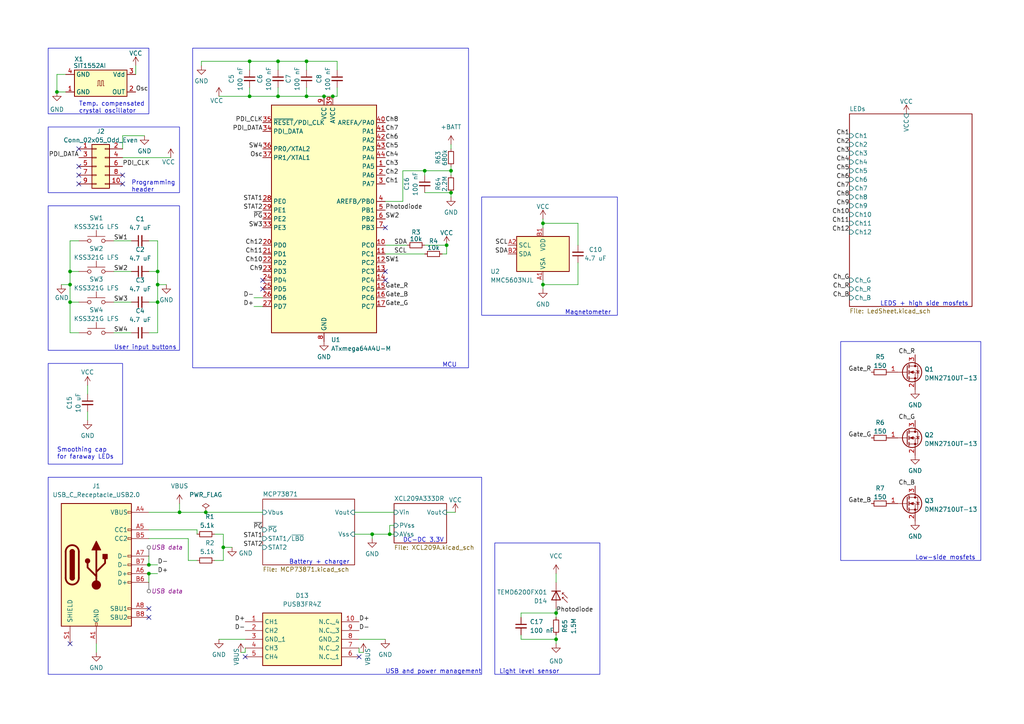
<source format=kicad_sch>
(kicad_sch (version 20230121) (generator eeschema)
  (paper "A4")
  (title_block (title "RGB LED Clock") (date "2023-07-29") (rev "4.0") (company "Nedland Hardware") (comment 1 "No current carrying trace under magnetometer") (comment 2 "Measure battery using ADC") (comment 3 "Correct LED pinout ;-;") (comment 4 "Changes in rev 5:"))
  (lib_symbols
    (symbol "CLockV4_local_symbols:PUSB3FR4Z"
      (property "Reference" "D" (at 29.21 7.62 0))
      (property "Value" "PUSB3FR4Z" (at 29.21 5.08 0))
      (symbol "PUSB3FR4Z_1_1"
        (rectangle (start 5.08 2.54) (end 27.94 -12.7) (stroke (width 0.254)) (fill (type background)))
        (pin passive line (at 0 0 0) (length 5.08) (name "CH1") (number "1"))
        (pin passive line (at 33.02 0 180) (length 5.08) (name "N.C._4") (number "10"))
        (pin passive line (at 0 -2.54 0) (length 5.08) (name "CH2") (number "2"))
        (pin passive line (at 0 -5.08 0) (length 5.08) (name "GND_1") (number "3"))
        (pin passive line (at 0 -7.62 0) (length 5.08) (name "CH3") (number "4"))
        (pin passive line (at 0 -10.16 0) (length 5.08) (name "CH4") (number "5"))
        (pin passive line (at 33.02 -10.16 180) (length 5.08) (name "N.C._1") (number "6"))
        (pin passive line (at 33.02 -7.62 180) (length 5.08) (name "N.C._2") (number "7"))
        (pin passive line (at 33.02 -5.08 180) (length 5.08) (name "GND_2") (number "8"))
        (pin passive line (at 33.02 -2.54 180) (length 5.08) (name "N.C._3") (number "9"))
      )
    )
    (symbol "CLockV4_local_symbols:SIT1552AI"
      (property "Reference" "X" (at -6.985 6.985 0))
      (property "Value" "SIT1552AI" (at -3.175 5.08 0))
      (symbol "SIT1552AI_0_1"
        (polyline (pts (xy -1.016 -0.762) (xy -0.762 -0.762) (xy -0.762 0.762) (xy -0.254 0.762) (xy -0.254 -0.762) (xy 0.254 -0.762) (xy 0.254 0.762) (xy 0.762 0.762) (xy 0.762 -0.762) (xy 1.016 -0.762)))
      )
      (symbol "SIT1552AI_1_1"
        (rectangle (start -7.62 3.81) (end 7.62 -3.81) (stroke (width 0.254)) (fill (type background)))
        (pin power_in line (at -10.16 -2.54 0) (length 2.54) (name "GND") (number "1"))
        (pin output line (at 10.16 -2.54 180) (length 2.54) (name "OUT") (number "2"))
        (pin power_in line (at 10.16 2.54 180) (length 2.54) (name "Vdd") (number "3"))
        (pin power_in line (at -10.16 2.54 0) (length 2.54) (name "GND") (number "4"))
      )
    )
    (symbol "Connector:USB_C_Receptacle_USB2.0" (pin_names (offset 1.016))
      (property "Reference" "J" (at -10.16 19.05 0))
      (property "Value" "USB_C_Receptacle_USB2.0" (at 19.05 19.05 0))
      (symbol "USB_C_Receptacle_USB2.0_0_0"
        (rectangle (start -0.254 -17.78) (end 0.254 -16.764))
        (rectangle (start 10.16 -14.986) (end 9.144 -15.494))
        (rectangle (start 10.16 -12.446) (end 9.144 -12.954))
        (rectangle (start 10.16 -4.826) (end 9.144 -5.334))
        (rectangle (start 10.16 -2.286) (end 9.144 -2.794))
        (rectangle (start 10.16 0.254) (end 9.144 -0.254))
        (rectangle (start 10.16 2.794) (end 9.144 2.286))
        (rectangle (start 10.16 7.874) (end 9.144 7.366))
        (rectangle (start 10.16 10.414) (end 9.144 9.906))
        (rectangle (start 10.16 15.494) (end 9.144 14.986))
      )
      (symbol "USB_C_Receptacle_USB2.0_0_1"
        (rectangle (start -10.16 17.78) (end 10.16 -17.78) (stroke (width 0.254)) (fill (type background)))
        (arc (start -8.89 -3.81) (mid -6.985 -5.7067) (end -5.08 -3.81) (stroke (width 0.508)))
        (arc (start -7.62 -3.81) (mid -6.985 -4.4423) (end -6.35 -3.81) (stroke (width 0.254)))
        (arc (start -7.62 -3.81) (mid -6.985 -4.4423) (end -6.35 -3.81) (stroke (width 0.254)) (fill (type outline)))
        (rectangle (start -7.62 -3.81) (end -6.35 3.81) (stroke (width 0.254)) (fill (type outline)))
        (arc (start -6.35 3.81) (mid -6.985 4.4423) (end -7.62 3.81) (stroke (width 0.254)))
        (arc (start -6.35 3.81) (mid -6.985 4.4423) (end -7.62 3.81) (stroke (width 0.254)) (fill (type outline)))
        (arc (start -5.08 3.81) (mid -6.985 5.7067) (end -8.89 3.81) (stroke (width 0.508)))
        (circle (center -2.54 1.143) (radius 0.635) (stroke (width 0.254)) (fill (type outline)))
        (circle (center 0 -5.842) (radius 1.27) (fill (type outline)))
        (polyline (pts (xy -8.89 -3.81) (xy -8.89 3.81)) (stroke (width 0.508)))
        (polyline (pts (xy -5.08 3.81) (xy -5.08 -3.81)) (stroke (width 0.508)))
        (polyline (pts (xy 0 -5.842) (xy 0 4.318)) (stroke (width 0.508)))
        (polyline (pts (xy 0 -3.302) (xy -2.54 -0.762) (xy -2.54 0.508)) (stroke (width 0.508)))
        (polyline (pts (xy 0 -2.032) (xy 2.54 0.508) (xy 2.54 1.778)) (stroke (width 0.508)))
        (polyline (pts (xy -1.27 4.318) (xy 0 6.858) (xy 1.27 4.318) (xy -1.27 4.318)) (stroke (width 0.254)) (fill (type outline)))
        (rectangle (start 1.905 1.778) (end 3.175 3.048) (stroke (width 0.254)) (fill (type outline)))
      )
      (symbol "USB_C_Receptacle_USB2.0_1_1"
        (pin passive line (at 0 -22.86 90) (length 5.08) (name "GND") (number "A1"))
        (pin passive line (at 0 -22.86 90) (length 5.08) hide (name "GND") (number "A12"))
        (pin passive line (at 15.24 15.24 180) (length 5.08) (name "VBUS") (number "A4"))
        (pin bidirectional line (at 15.24 10.16 180) (length 5.08) (name "CC1") (number "A5"))
        (pin bidirectional line (at 15.24 -2.54 180) (length 5.08) (name "D+") (number "A6"))
        (pin bidirectional line (at 15.24 2.54 180) (length 5.08) (name "D-") (number "A7"))
        (pin bidirectional line (at 15.24 -12.7 180) (length 5.08) (name "SBU1") (number "A8"))
        (pin passive line (at 15.24 15.24 180) (length 5.08) hide (name "VBUS") (number "A9"))
        (pin passive line (at 0 -22.86 90) (length 5.08) hide (name "GND") (number "B1"))
        (pin passive line (at 0 -22.86 90) (length 5.08) hide (name "GND") (number "B12"))
        (pin passive line (at 15.24 15.24 180) (length 5.08) hide (name "VBUS") (number "B4"))
        (pin bidirectional line (at 15.24 7.62 180) (length 5.08) (name "CC2") (number "B5"))
        (pin bidirectional line (at 15.24 -5.08 180) (length 5.08) (name "D+") (number "B6"))
        (pin bidirectional line (at 15.24 0 180) (length 5.08) (name "D-") (number "B7"))
        (pin bidirectional line (at 15.24 -15.24 180) (length 5.08) (name "SBU2") (number "B8"))
        (pin passive line (at 15.24 15.24 180) (length 5.08) hide (name "VBUS") (number "B9"))
        (pin passive line (at -7.62 -22.86 90) (length 5.08) (name "SHIELD") (number "S1"))
      )
    )
    (symbol "Connector_Generic:Conn_02x05_Odd_Even" (pin_names (offset 1.016) hide)
      (property "Reference" "J" (at 1.27 7.62 0))
      (property "Value" "Conn_02x05_Odd_Even" (at 1.27 -7.62 0))
      (symbol "Conn_02x05_Odd_Even_1_1"
        (rectangle (start -1.27 -4.953) (end 0 -5.207) (stroke (width 0.1524)))
        (rectangle (start -1.27 -2.413) (end 0 -2.667) (stroke (width 0.1524)))
        (rectangle (start -1.27 0.127) (end 0 -0.127) (stroke (width 0.1524)))
        (rectangle (start -1.27 2.667) (end 0 2.413) (stroke (width 0.1524)))
        (rectangle (start -1.27 5.207) (end 0 4.953) (stroke (width 0.1524)))
        (rectangle (start -1.27 6.35) (end 3.81 -6.35) (stroke (width 0.254)) (fill (type background)))
        (rectangle (start 3.81 -4.953) (end 2.54 -5.207) (stroke (width 0.1524)))
        (rectangle (start 3.81 -2.413) (end 2.54 -2.667) (stroke (width 0.1524)))
        (rectangle (start 3.81 0.127) (end 2.54 -0.127) (stroke (width 0.1524)))
        (rectangle (start 3.81 2.667) (end 2.54 2.413) (stroke (width 0.1524)))
        (rectangle (start 3.81 5.207) (end 2.54 4.953) (stroke (width 0.1524)))
        (pin passive line (at -5.08 5.08 0) (length 3.81) (name "Pin_1") (number "1"))
        (pin passive line (at 7.62 -5.08 180) (length 3.81) (name "Pin_10") (number "10"))
        (pin passive line (at 7.62 5.08 180) (length 3.81) (name "Pin_2") (number "2"))
        (pin passive line (at -5.08 2.54 0) (length 3.81) (name "Pin_3") (number "3"))
        (pin passive line (at 7.62 2.54 180) (length 3.81) (name "Pin_4") (number "4"))
        (pin passive line (at -5.08 0 0) (length 3.81) (name "Pin_5") (number "5"))
        (pin passive line (at 7.62 0 180) (length 3.81) (name "Pin_6") (number "6"))
        (pin passive line (at -5.08 -2.54 0) (length 3.81) (name "Pin_7") (number "7"))
        (pin passive line (at 7.62 -2.54 180) (length 3.81) (name "Pin_8") (number "8"))
        (pin passive line (at -5.08 -5.08 0) (length 3.81) (name "Pin_9") (number "9"))
      )
    )
    (symbol "Device:C_Small" (pin_numbers hide) (pin_names (offset 0.254) hide)
      (property "Reference" "C" (at 0.254 1.778 0))
      (property "Value" "C_Small" (at 0.254 -2.032 0))
      (symbol "C_Small_0_1"
        (polyline (pts (xy -1.524 -0.508) (xy 1.524 -0.508)) (stroke (width 0.3302)))
        (polyline (pts (xy -1.524 0.508) (xy 1.524 0.508)) (stroke (width 0.3048)))
      )
      (symbol "C_Small_1_1"
        (pin passive line (at 0 2.54 270) (length 2.032) (name "~") (number "1"))
        (pin passive line (at 0 -2.54 90) (length 2.032) (name "~") (number "2"))
      )
    )
    (symbol "Device:D_Photo" (pin_numbers hide) (pin_names hide)
      (property "Reference" "D" (at 0.508 1.778 0))
      (property "Value" "D_Photo" (at -1.016 -2.794 0))
      (symbol "D_Photo_0_1"
        (polyline (pts (xy -2.54 1.27) (xy -2.54 -1.27)) (stroke (width 0.254)))
        (polyline (pts (xy -2.032 1.778) (xy -1.524 1.778)))
        (polyline (pts (xy 0 0) (xy -2.54 0)))
        (polyline (pts (xy -0.508 3.302) (xy -2.032 1.778) (xy -2.032 2.286)))
        (polyline (pts (xy 0 -1.27) (xy 0 1.27) (xy -2.54 0) (xy 0 -1.27)) (stroke (width 0.254)))
        (polyline (pts (xy 0.762 3.302) (xy -0.762 1.778) (xy -0.762 2.286) (xy -0.762 1.778) (xy -0.254 1.778)))
      )
      (symbol "D_Photo_1_1"
        (pin passive line (at -5.08 0 0) (length 2.54) (name "K") (number "1"))
        (pin passive line (at 2.54 0 180) (length 2.54) (name "A") (number "2"))
      )
    )
    (symbol "Device:R_Small" (pin_numbers hide) (pin_names (offset 0.254) hide)
      (property "Reference" "R" (at 0.762 0.508 0))
      (property "Value" "R_Small" (at 0.762 -1.016 0))
      (symbol "R_Small_0_1"
        (rectangle (start -0.762 1.778) (end 0.762 -1.778) (stroke (width 0.2032)))
      )
      (symbol "R_Small_1_1"
        (pin passive line (at 0 2.54 270) (length 0.762) (name "~") (number "1"))
        (pin passive line (at 0 -2.54 90) (length 0.762) (name "~") (number "2"))
      )
    )
    (symbol "MCU_Microchip_ATmega:ATxmega64A4U-M"
      (property "Reference" "U" (at -15.24 34.29 0))
      (property "Value" "ATxmega64A4U-M" (at 2.54 -34.29 0))
      (symbol "ATxmega64A4U-M_0_1"
        (rectangle (start -15.24 -33.02) (end 15.24 33.02) (stroke (width 0.254)) (fill (type background)))
      )
      (symbol "ATxmega64A4U-M_1_1"
        (pin bidirectional line (at 17.78 15.24 180) (length 2.54) (name "PA5") (number "1"))
        (pin bidirectional line (at 17.78 -7.62 180) (length 2.54) (name "PC0") (number "10"))
        (pin bidirectional line (at 17.78 -10.16 180) (length 2.54) (name "PC1") (number "11"))
        (pin bidirectional line (at 17.78 -12.7 180) (length 2.54) (name "PC2") (number "12"))
        (pin bidirectional line (at 17.78 -15.24 180) (length 2.54) (name "PC3") (number "13"))
        (pin bidirectional line (at 17.78 -17.78 180) (length 2.54) (name "PC4") (number "14"))
        (pin bidirectional line (at 17.78 -20.32 180) (length 2.54) (name "PC5") (number "15"))
        (pin bidirectional line (at 17.78 -22.86 180) (length 2.54) (name "PC6") (number "16"))
        (pin bidirectional line (at 17.78 -25.4 180) (length 2.54) (name "PC7") (number "17"))
        (pin passive line (at 0 -35.56 90) (length 2.54) hide (name "GND") (number "18"))
        (pin passive line (at 0 35.56 270) (length 2.54) hide (name "VCC") (number "19"))
        (pin bidirectional line (at 17.78 12.7 180) (length 2.54) (name "PA6") (number "2"))
        (pin bidirectional line (at -17.78 -7.62 0) (length 2.54) (name "PD0") (number "20"))
        (pin bidirectional line (at -17.78 -10.16 0) (length 2.54) (name "PD1") (number "21"))
        (pin bidirectional line (at -17.78 -12.7 0) (length 2.54) (name "PD2") (number "22"))
        (pin bidirectional line (at -17.78 -15.24 0) (length 2.54) (name "PD3") (number "23"))
        (pin bidirectional line (at -17.78 -17.78 0) (length 2.54) (name "PD4") (number "24"))
        (pin bidirectional line (at -17.78 -20.32 0) (length 2.54) (name "PD5") (number "25"))
        (pin bidirectional line (at -17.78 -22.86 0) (length 2.54) (name "PD6") (number "26"))
        (pin bidirectional line (at -17.78 -25.4 0) (length 2.54) (name "PD7") (number "27"))
        (pin bidirectional line (at -17.78 5.08 0) (length 2.54) (name "PE0") (number "28"))
        (pin bidirectional line (at -17.78 2.54 0) (length 2.54) (name "PE1") (number "29"))
        (pin bidirectional line (at 17.78 10.16 180) (length 2.54) (name "PA7") (number "3"))
        (pin passive line (at 0 -35.56 90) (length 2.54) hide (name "GND") (number "30"))
        (pin passive line (at 0 35.56 270) (length 2.54) hide (name "VCC") (number "31"))
        (pin bidirectional line (at -17.78 0 0) (length 2.54) (name "PE2") (number "32"))
        (pin bidirectional line (at -17.78 -2.54 0) (length 2.54) (name "PE3") (number "33"))
        (pin bidirectional line (at -17.78 25.4 0) (length 2.54) (name "PDI_DATA") (number "34"))
        (pin input line (at -17.78 27.94 0) (length 2.54) (name "~{RESET}/PDI_CLK") (number "35"))
        (pin bidirectional line (at -17.78 20.32 0) (length 2.54) (name "PR0/XTAL2") (number "36"))
        (pin bidirectional line (at -17.78 17.78 0) (length 2.54) (name "PR1/XTAL1") (number "37"))
        (pin passive line (at 0 -35.56 90) (length 2.54) hide (name "GND") (number "38"))
        (pin power_in line (at 2.54 35.56 270) (length 2.54) (name "AVCC") (number "39"))
        (pin bidirectional line (at 17.78 5.08 180) (length 2.54) (name "AREFB/PB0") (number "4"))
        (pin bidirectional line (at 17.78 27.94 180) (length 2.54) (name "AREFA/PA0") (number "40"))
        (pin bidirectional line (at 17.78 25.4 180) (length 2.54) (name "PA1") (number "41"))
        (pin bidirectional line (at 17.78 22.86 180) (length 2.54) (name "PA2") (number "42"))
        (pin bidirectional line (at 17.78 20.32 180) (length 2.54) (name "PA3") (number "43"))
        (pin bidirectional line (at 17.78 17.78 180) (length 2.54) (name "PA4") (number "44"))
        (pin passive line (at 0 -35.56 90) (length 2.54) hide (name "GND") (number "45"))
        (pin bidirectional line (at 17.78 2.54 180) (length 2.54) (name "PB1") (number "5"))
        (pin bidirectional line (at 17.78 0 180) (length 2.54) (name "PB2") (number "6"))
        (pin bidirectional line (at 17.78 -2.54 180) (length 2.54) (name "PB3") (number "7"))
        (pin power_in line (at 0 -35.56 90) (length 2.54) (name "GND") (number "8"))
        (pin power_in line (at 0 35.56 270) (length 2.54) (name "VCC") (number "9"))
      )
    )
    (symbol "Sensor_Magnetic:MMC5633NJL"
      (property "Reference" "U" (at -2.54 8.255 0))
      (property "Value" "MMC5633NJL" (at -2.54 6.35 0))
      (symbol "MMC5633NJL_0_1"
        (rectangle (start -7.62 -5.08) (end 7.62 5.08) (stroke (width 0.254)) (fill (type background)))
      )
      (symbol "MMC5633NJL_1_1"
        (pin power_in line (at 0 -7.62 90) (length 2.54) (name "VSA") (number "A1"))
        (pin input line (at -10.16 2.54 0) (length 2.54) (name "SCL") (number "A2"))
        (pin power_in line (at 0 7.62 270) (length 2.54) (name "VDD") (number "B1"))
        (pin bidirectional line (at -10.16 0 0) (length 2.54) (name "SDA") (number "B2"))
      )
    )
    (symbol "Switch:SW_Push" (pin_numbers hide) (pin_names (offset 1.016) hide)
      (property "Reference" "SW" (at 1.27 2.54 0))
      (property "Value" "SW_Push" (at 0 -1.524 0))
      (symbol "SW_Push_0_1"
        (circle (center -2.032 0) (radius 0.508))
        (polyline (pts (xy 0 1.27) (xy 0 3.048)))
        (polyline (pts (xy 2.54 1.27) (xy -2.54 1.27)))
        (circle (center 2.032 0) (radius 0.508))
        (pin passive line (at -5.08 0 0) (length 2.54) (name "1") (number "1"))
        (pin passive line (at 5.08 0 180) (length 2.54) (name "2") (number "2"))
      )
    )
    (symbol "Transistor_FET:DMN2710UT-13" (pin_names hide)
      (property "Reference" "Q" (at 5.08 1.905 0))
      (property "Value" "DMN2710UT-13" (at 5.08 0 0))
      (symbol "DMN2710UT-13_0_1"
        (polyline (pts (xy 0.254 0) (xy -2.54 0)))
        (polyline (pts (xy 0.254 1.905) (xy 0.254 -1.905)) (stroke (width 0.254)))
        (polyline (pts (xy 0.762 -1.27) (xy 0.762 -2.286)) (stroke (width 0.254)))
        (polyline (pts (xy 0.762 0.508) (xy 0.762 -0.508)) (stroke (width 0.254)))
        (polyline (pts (xy 0.762 2.286) (xy 0.762 1.27)) (stroke (width 0.254)))
        (polyline (pts (xy 2.54 2.54) (xy 2.54 1.778)))
        (polyline (pts (xy 2.54 -2.54) (xy 2.54 0) (xy 0.762 0)))
        (polyline (pts (xy 0.762 -1.778) (xy 3.302 -1.778) (xy 3.302 1.778) (xy 0.762 1.778)))
        (polyline (pts (xy 1.016 0) (xy 2.032 0.381) (xy 2.032 -0.381) (xy 1.016 0)) (fill (type outline)))
        (polyline (pts (xy 2.794 0.508) (xy 2.921 0.381) (xy 3.683 0.381) (xy 3.81 0.254)))
        (polyline (pts (xy 3.302 0.381) (xy 2.921 -0.254) (xy 3.683 -0.254) (xy 3.302 0.381)))
        (circle (center 1.651 0) (radius 2.794) (stroke (width 0.254)))
        (circle (center 2.54 -1.778) (radius 0.254) (fill (type outline)))
        (circle (center 2.54 1.778) (radius 0.254) (fill (type outline)))
      )
      (symbol "DMN2710UT-13_1_1"
        (pin input line (at -5.08 0 0) (length 2.54) (name "G") (number "1"))
        (pin passive line (at 2.54 -5.08 90) (length 2.54) (name "S") (number "2"))
        (pin passive line (at 2.54 5.08 270) (length 2.54) (name "D") (number "3"))
      )
    )
    (symbol "power:+BATT" (power) (pin_names (offset 0))
      (property "Value" "+BATT" (at 0 3.556 0))
      (symbol "+BATT_0_1"
        (polyline (pts (xy -0.762 1.27) (xy 0 2.54)))
        (polyline (pts (xy 0 0) (xy 0 2.54)))
        (polyline (pts (xy 0 2.54) (xy 0.762 1.27)))
      )
      (symbol "+BATT_1_1"
        (pin power_in line (at 0 0 90) (length 0) hide (name "+BATT") (number "1"))
      )
    )
    (symbol "power:GND" (power) (pin_names (offset 0))
      (property "Value" "GND" (at 0 -3.81 0))
      (symbol "GND_0_1"
        (polyline (pts (xy 0 0) (xy 0 -1.27) (xy 1.27 -1.27) (xy 0 -2.54) (xy -1.27 -1.27) (xy 0 -1.27)))
      )
      (symbol "GND_1_1"
        (pin power_in line (at 0 0 270) (length 0) hide (name "GND") (number "1"))
      )
    )
    (symbol "power:PWR_FLAG" (power) (pin_numbers hide) (pin_names (offset 0) hide)
      (property "Value" "PWR_FLAG" (at 0 3.81 0))
      (symbol "PWR_FLAG_0_0"
        (pin power_out line (at 0 0 90) (length 0) (name "pwr") (number "1"))
      )
      (symbol "PWR_FLAG_0_1"
        (polyline (pts (xy 0 0) (xy 0 1.27) (xy -1.016 1.905) (xy 0 2.54) (xy 1.016 1.905) (xy 0 1.27)))
      )
    )
    (symbol "power:VBUS" (power) (pin_names (offset 0))
      (property "Value" "VBUS" (at 0 3.81 0))
      (symbol "VBUS_0_1"
        (polyline (pts (xy -0.762 1.27) (xy 0 2.54)))
        (polyline (pts (xy 0 0) (xy 0 2.54)))
        (polyline (pts (xy 0 2.54) (xy 0.762 1.27)))
      )
      (symbol "VBUS_1_1"
        (pin power_in line (at 0 0 90) (length 0) hide (name "VBUS") (number "1"))
      )
    )
    (symbol "power:VCC" (power) (pin_names (offset 0))
      (property "Value" "VCC" (at 0 3.81 0))
      (symbol "VCC_0_1"
        (polyline (pts (xy -0.762 1.27) (xy 0 2.54)))
        (polyline (pts (xy 0 0) (xy 0 2.54)))
        (polyline (pts (xy 0 2.54) (xy 0.762 1.27)))
      )
      (symbol "VCC_1_1"
        (pin power_in line (at 0 0 90) (length 0) hide (name "VCC") (number "1"))
      )
    )
  )
  (junction (at 88.9 17.78))
  (junction (at 20.32 87.63))
  (junction (at 52.07 148.59))
  (junction (at 80.645 17.78))
  (junction (at 96.52 27.94))
  (junction (at 72.39 17.78))
  (junction (at 45.72 87.63))
  (junction (at 161.29 185.42))
  (junction (at 157.48 82.55))
  (junction (at 93.98 27.94))
  (junction (at 45.72 82.55))
  (junction (at 161.29 177.8))
  (junction (at 16.51 26.67))
  (junction (at 113.03 154.94))
  (junction (at 123.19 49.53))
  (junction (at 45.72 78.74))
  (junction (at 130.81 55.88))
  (junction (at 130.81 49.53))
  (junction (at 43.18 166.37))
  (junction (at 129.54 71.12))
  (junction (at 72.39 27.94))
  (junction (at 20.32 82.55))
  (junction (at 20.32 78.74))
  (junction (at 107.95 154.94))
  (junction (at 64.77 158.75))
  (junction (at 88.9 27.94))
  (junction (at 157.48 64.77))
  (junction (at 43.18 163.83))
  (junction (at 80.645 27.94))
  (junction (at 59.69 148.59))
  (no_connect (at 43.18 179.07))
  (no_connect (at 43.18 176.53))
  (no_connect (at 35.56 50.8))
  (no_connect (at 22.86 48.26))
  (no_connect (at 22.86 43.18))
  (no_connect (at 111.76 66.04))
  (no_connect (at 22.86 50.8))
  (no_connect (at 76.2 83.82))
  (no_connect (at 104.14 190.5))
  (no_connect (at 20.32 186.69))
  (no_connect (at 35.56 53.34))
  (no_connect (at 76.2 81.28))
  (no_connect (at 111.76 81.28))
  (no_connect (at 71.12 190.5))
  (no_connect (at 22.86 53.34))
  (no_connect (at 111.76 78.74))
  (wire (pts (xy 123.19 71.12) (xy 129.54 71.12)))
  (wire (pts (xy 43.18 156.21) (xy 54.61 156.21)))
  (wire (pts (xy 43.18 148.59) (xy 52.07 148.59)))
  (wire (pts (xy 20.32 78.74) (xy 22.86 78.74)))
  (wire (pts (xy 128.27 73.66) (xy 129.54 73.66)))
  (wire (pts (xy 64.77 158.75) (xy 64.77 162.56)))
  (wire (pts (xy 167.64 82.55) (xy 167.64 76.2)))
  (wire (pts (xy 105.41 189.23) (xy 104.14 189.23)))
  (wire (pts (xy 151.13 177.8) (xy 161.29 177.8)))
  (wire (pts (xy 73.66 86.36) (xy 76.2 86.36)))
  (wire (pts (xy 33.02 69.85) (xy 38.1 69.85)))
  (wire (pts (xy 88.9 27.94) (xy 93.98 27.94)))
  (wire (pts (xy 161.29 176.53) (xy 161.29 177.8)))
  (wire (pts (xy 16.51 26.67) (xy 19.05 26.67)))
  (wire (pts (xy 80.645 20.32) (xy 80.645 17.78)))
  (wire (pts (xy 157.48 83.82) (xy 157.48 82.55)))
  (wire (pts (xy 130.81 43.18) (xy 130.81 41.91)))
  (wire (pts (xy 123.19 55.88) (xy 130.81 55.88)))
  (wire (pts (xy 113.03 154.94) (xy 114.3 154.94)))
  (wire (pts (xy 52.07 146.05) (xy 52.07 148.59)))
  (wire (pts (xy 102.87 154.94) (xy 107.95 154.94)))
  (wire (pts (xy 20.32 96.52) (xy 22.86 96.52)))
  (wire (pts (xy 43.18 163.83) (xy 45.72 163.83)))
  (wire (pts (xy 73.66 88.9) (xy 76.2 88.9)))
  (wire (pts (xy 88.9 25.4) (xy 88.9 27.94)))
  (wire (pts (xy 45.72 69.85) (xy 43.18 69.85)))
  (wire (pts (xy 157.48 63.5) (xy 157.48 64.77)))
  (wire (pts (xy 57.15 154.94) (xy 57.15 153.67)))
  (wire (pts (xy 130.81 48.26) (xy 130.81 49.53)))
  (wire (pts (xy 64.77 162.56) (xy 62.23 162.56)))
  (wire (pts (xy 167.64 71.12) (xy 167.64 64.77)))
  (wire (pts (xy 20.32 82.55) (xy 20.32 87.63)))
  (wire (pts (xy 58.42 17.78) (xy 58.42 19.05)))
  (wire (pts (xy 151.13 185.42) (xy 161.29 185.42)))
  (wire (pts (xy 16.51 26.67) (xy 16.51 21.59)))
  (wire (pts (xy 39.37 19.05) (xy 39.37 21.59)))
  (wire (pts (xy 45.72 87.63) (xy 45.72 96.52)))
  (wire (pts (xy 97.79 25.4) (xy 97.79 27.94)))
  (wire (pts (xy 45.72 78.74) (xy 43.18 78.74)))
  (wire (pts (xy 20.32 69.85) (xy 20.32 78.74)))
  (wire (pts (xy 54.61 162.56) (xy 54.61 156.21)))
  (wire (pts (xy 71.12 189.23) (xy 71.12 187.96)))
  (wire (pts (xy 161.29 177.8) (xy 161.29 179.07)))
  (wire (pts (xy 130.81 49.53) (xy 123.19 49.53)))
  (wire (pts (xy 111.76 185.42) (xy 104.14 185.42)))
  (wire (pts (xy 88.9 20.32) (xy 88.9 17.78)))
  (wire (pts (xy 157.48 82.55) (xy 167.64 82.55)))
  (wire (pts (xy 67.31 158.75) (xy 64.77 158.75)))
  (wire (pts (xy 49.53 45.72) (xy 35.56 45.72)))
  (wire (pts (xy 129.54 148.59) (xy 132.08 148.59)))
  (wire (pts (xy 45.72 96.52) (xy 43.18 96.52)))
  (wire (pts (xy 59.69 148.59) (xy 76.2 148.59)))
  (wire (pts (xy 88.9 17.78) (xy 97.79 17.78)))
  (wire (pts (xy 96.52 27.94) (xy 97.79 27.94)))
  (wire (pts (xy 123.19 49.53) (xy 123.19 50.8)))
  (wire (pts (xy 43.18 166.37) (xy 45.72 166.37)))
  (wire (pts (xy 111.76 71.12) (xy 118.11 71.12)))
  (wire (pts (xy 20.32 87.63) (xy 22.86 87.63)))
  (wire (pts (xy 72.39 20.32) (xy 72.39 17.78)))
  (wire (pts (xy 72.39 27.94) (xy 80.645 27.94)))
  (wire (pts (xy 48.26 82.55) (xy 45.72 82.55)))
  (wire (pts (xy 20.32 87.63) (xy 20.32 96.52)))
  (wire (pts (xy 97.79 17.78) (xy 97.79 20.32)))
  (wire (pts (xy 161.29 166.37) (xy 161.29 168.91)))
  (wire (pts (xy 52.07 148.59) (xy 59.69 148.59)))
  (wire (pts (xy 104.14 189.23) (xy 104.14 187.96)))
  (wire (pts (xy 151.13 184.15) (xy 151.13 185.42)))
  (wire (pts (xy 111.76 73.66) (xy 123.19 73.66)))
  (wire (pts (xy 157.48 64.77) (xy 157.48 66.04)))
  (wire (pts (xy 25.4 111.76) (xy 25.4 114.3)))
  (wire (pts (xy 45.72 69.85) (xy 45.72 78.74)))
  (wire (pts (xy 17.78 82.55) (xy 20.32 82.55)))
  (wire (pts (xy 113.03 152.4) (xy 113.03 154.94)))
  (wire (pts (xy 114.3 152.4) (xy 113.03 152.4)))
  (wire (pts (xy 130.81 55.88) (xy 130.81 57.15)))
  (wire (pts (xy 111.76 58.42) (xy 116.84 58.42)))
  (wire (pts (xy 43.18 161.29) (xy 43.18 163.83)))
  (wire (pts (xy 64.77 154.94) (xy 64.77 158.75)))
  (wire (pts (xy 33.02 87.63) (xy 38.1 87.63)))
  (wire (pts (xy 72.39 25.4) (xy 72.39 27.94)))
  (wire (pts (xy 161.29 185.42) (xy 161.29 186.69)))
  (wire (pts (xy 20.32 78.74) (xy 20.32 82.55)))
  (wire (pts (xy 35.56 39.37) (xy 35.56 43.18)))
  (wire (pts (xy 62.23 154.94) (xy 64.77 154.94)))
  (wire (pts (xy 93.98 27.94) (xy 96.52 27.94)))
  (wire (pts (xy 27.94 189.23) (xy 27.94 186.69)))
  (wire (pts (xy 69.85 189.23) (xy 71.12 189.23)))
  (wire (pts (xy 80.645 27.94) (xy 88.9 27.94)))
  (wire (pts (xy 25.4 121.92) (xy 25.4 119.38)))
  (wire (pts (xy 130.81 49.53) (xy 130.81 50.8)))
  (wire (pts (xy 45.72 78.74) (xy 45.72 82.55)))
  (wire (pts (xy 63.5 185.42) (xy 71.12 185.42)))
  (wire (pts (xy 129.54 71.12) (xy 129.54 73.66)))
  (wire (pts (xy 161.29 184.15) (xy 161.29 185.42)))
  (wire (pts (xy 80.645 17.78) (xy 88.9 17.78)))
  (wire (pts (xy 107.95 154.94) (xy 113.03 154.94)))
  (wire (pts (xy 20.32 69.85) (xy 22.86 69.85)))
  (wire (pts (xy 33.02 78.74) (xy 38.1 78.74)))
  (wire (pts (xy 167.64 64.77) (xy 157.48 64.77)))
  (wire (pts (xy 102.87 148.59) (xy 114.3 148.59)))
  (wire (pts (xy 63.5 27.94) (xy 72.39 27.94)))
  (wire (pts (xy 33.02 96.52) (xy 38.1 96.52)))
  (wire (pts (xy 43.18 166.37) (xy 43.18 168.91)))
  (wire (pts (xy 151.13 179.07) (xy 151.13 177.8)))
  (wire (pts (xy 41.91 39.37) (xy 35.56 39.37)))
  (wire (pts (xy 116.84 49.53) (xy 116.84 58.42)))
  (wire (pts (xy 80.645 25.4) (xy 80.645 27.94)))
  (wire (pts (xy 72.39 17.78) (xy 80.645 17.78)))
  (wire (pts (xy 16.51 21.59) (xy 19.05 21.59)))
  (wire (pts (xy 72.39 17.78) (xy 58.42 17.78)))
  (wire (pts (xy 57.15 162.56) (xy 54.61 162.56)))
  (wire (pts (xy 57.15 153.67) (xy 43.18 153.67)))
  (wire (pts (xy 45.72 87.63) (xy 43.18 87.63)))
  (wire (pts (xy 123.19 49.53) (xy 116.84 49.53)))
  (wire (pts (xy 107.95 156.21) (xy 107.95 154.94)))
  (wire (pts (xy 45.72 82.55) (xy 45.72 87.63)))
  (wire (pts (xy 157.48 82.55) (xy 157.48 81.28)))
  (rectangle (start 139.7 57.15) (end 179.07 91.44))
  (rectangle (start 13.97 105.41) (end 35.56 134.62))
  (rectangle (start 55.88 13.97) (end 135.89 106.68))
  (rectangle (start 143.51 157.48) (end 173.99 195.58))
  (rectangle (start 13.97 36.83) (end 52.07 55.88))
  (rectangle (start 13.97 59.69) (end 52.07 101.6))
  (rectangle (start 13.97 13.97) (end 43.18 33.02))
  (rectangle (start 13.97 138.43) (end 139.7 195.58))
  (rectangle (start 243.84 99.06) (end 284.48 162.56))
  (text "Light level sensor" (at 144.78 195.58 0) (effects (font (size 1.27 1.27)) (justify left bottom)))
  (text "Battery + charger" (at 83.82 163.83 0) (effects (font (size 1.27 1.27)) (justify left bottom)))
  (text "DC-DC 3.3V" (at 116.84 157.48 0) (effects (font (size 1.27 1.27)) (justify left bottom)))
  (text "LEDS + high side mosfets" (at 255.27 88.9 0) (effects (font (size 1.27 1.27)) (justify left bottom)))
  (text "Programming\nheader" (at 38.1 55.88 0) (effects (font (size 1.27 1.27)) (justify left bottom)))
  (text "USB and power management" (at 111.76 195.58 0) (effects (font (size 1.27 1.27)) (justify left bottom)))
  (text "Temp. compensated\ncrystal oscillator" (at 22.86 33.02 0) (effects (font (size 1.27 1.27)) (justify left bottom)))
  (text "MCU" (at 128.27 106.68 0) (effects (font (size 1.27 1.27)) (justify left bottom)))
  (text "User input buttons" (at 33.02 101.6 0) (effects (font (size 1.27 1.27)) (justify left bottom)))
  (text "Magnetometer" (at 163.83 91.44 0) (effects (font (size 1.27 1.27)) (justify left bottom)))
  (text "Smoothing cap \nfor faraway LEDs" (at 16.51 133.35 0) (effects (font (size 1.27 1.27)) (justify left bottom)))
  (text "Low-side mosfets" (at 265.43 162.56 0) (effects (font (size 1.27 1.27)) (justify left bottom)))
  (label "PDI_DATA" (at 76.2 38.1 180))
  (label "SW4" (at 76.2 43.18 180))
  (label "Ch1" (at 246.38 39.37 180))
  (label "SCL" (at 147.32 71.12 180))
  (label "Ch_G" (at 246.38 81.28 180))
  (label "STAT2" (at 76.2 60.96 180))
  (label "Ch12" (at 76.2 71.12 180))
  (label "Ch_B" (at 265.43 140.97 180))
  (label "SW4" (at 33.02 96.52 0))
  (label "Ch_R" (at 265.43 102.87 180))
  (label "D-" (at 104.14 182.88 0))
  (label "D-" (at 71.12 182.88 180))
  (label "SDA" (at 114.3 71.12 0))
  (label "PDI_CLK" (at 76.2 35.56 180))
  (label "Ch9" (at 76.2 78.74 180))
  (label "STAT1" (at 76.2 58.42 180))
  (label "Ch12" (at 246.38 67.31 180))
  (label "SW2" (at 111.76 63.5 0))
  (label "Ch2" (at 111.76 50.8 0))
  (label "Gate_R" (at 252.73 107.95 180))
  (label "Ch7" (at 111.76 38.1 0))
  (label "STAT2" (at 76.2 158.75 180))
  (label "D+" (at 71.12 180.34 180))
  (label "Ch2" (at 246.38 41.91 180))
  (label "SCL" (at 114.3 73.66 0))
  (label "STAT1" (at 76.2 156.21 180))
  (label "Ch8" (at 246.38 57.15 180))
  (label "Ch5" (at 111.76 43.18 0))
  (label "~{PG}" (at 76.2 153.67 180))
  (label "D+" (at 104.14 180.34 0))
  (label "Ch7" (at 246.38 54.61 180))
  (label "~{PG}" (at 76.2 63.5 180))
  (label "Ch10" (at 246.38 62.23 180))
  (label "Gate_B" (at 111.76 86.36 0))
  (label "Gate_G" (at 111.76 88.9 0))
  (label "Gate_B" (at 252.73 146.05 180))
  (label "Ch3" (at 111.76 48.26 0))
  (label "Ch11" (at 246.38 64.77 180))
  (label "Ch_G" (at 265.43 121.92 180))
  (label "SW3" (at 76.2 66.04 180))
  (label "SDA" (at 147.32 73.66 180))
  (label "Osc" (at 39.37 26.67 0))
  (label "Gate_R" (at 111.76 83.82 0))
  (label "SW3" (at 33.02 87.63 0))
  (label "SW1" (at 111.76 76.2 0))
  (label "Ch6" (at 111.76 40.64 0))
  (label "Osc" (at 76.2 45.72 180))
  (label "Ch_R" (at 246.38 83.82 180))
  (label "Ch3" (at 246.38 44.45 180))
  (label "Ch8" (at 111.76 35.56 0))
  (label "Ch4" (at 246.38 46.99 180))
  (label "Ch_B" (at 246.38 86.36 180))
  (label "Ch10" (at 76.2 76.2 180))
  (label "Ch6" (at 246.38 52.07 180))
  (label "D+" (at 73.66 88.9 180))
  (label "Ch5" (at 246.38 49.53 180))
  (label "Photodiode" (at 111.76 60.96 0))
  (label "Ch1" (at 111.76 53.34 0))
  (label "D-" (at 73.66 86.36 180))
  (label "PDI_DATA" (at 22.86 45.72 180))
  (label "SW1" (at 33.02 69.85 0))
  (label "Ch9" (at 246.38 59.69 180))
  (label "D+" (at 45.72 166.37 0))
  (label "D-" (at 45.72 163.83 0))
  (label "Ch11" (at 76.2 73.66 180))
  (label "SW2" (at 33.02 78.74 0))
  (label "Photodiode" (at 161.29 177.8 0))
  (label "PDI_CLK" (at 35.56 48.26 0))
  (label "Gate_G" (at 252.73 127 180))
  (label "Ch4" (at 111.76 45.72 0))
  (netclass_flag "" (length 2.54) (shape round) (at 43.18 161.29 0) (property "Netclass" "USB data" (at 43.8785 158.75 0) (effects (font italic) (justify left))))
  (netclass_flag "" (length 2.54) (shape round) (at 43.18 168.91 180) (property "Netclass" "USB data" (at 43.8785 171.45 0) (effects (font italic) (justify left))))
  (symbol (lib_id "Device:C_Small") (at 167.64 73.66 180) (unit 1)
    (property "Reference" "C10" (at 172.72 72.3931 0))
    (property "Value" "4.7 uF" (at 172.72 74.93 0))
    (property "Footprint" "Capacitor_SMD:C_0603_1608Metric" (effects hide))
  )
  (symbol (lib_id "CLockV4_local_symbols:PUSB3FR4Z") (at 71.12 180.34 0) (unit 1)
    (property "Reference" "D13" (at 87.63 172.72 0))
    (property "Value" "PUSB3FR4Z" (at 87.63 175.26 0))
    (property "Footprint" "Project_local_footprints:PUSB3FR4Z" (effects hide))
    (property "Datasheet" "https://assets.nexperia.com/documents/data-sheet/PUSB3FR4.pdf" (effects hide))
    (property "Height" "0.5" (effects hide))
    (property "Mouser Part Number" "771-PUSB3FR4Z" (effects hide))
    (property "Mouser Price/Stock" "https://www.mouser.co.uk/ProductDetail/Nexperia/PUSB3FR4Z?qs=K2OaAKmNuLh4QrFaTFN30Q%3D%3D" (effects hide))
    (property "Manufacturer_Name" "Nexperia" (effects hide))
    (property "Manufacturer_Part_Number" "PUSB3FR4Z" (effects hide))
  )
  (symbol (lib_id "power:GND") (at 111.76 185.42 0) (unit 1)
    (property "Reference" "#PWR024" (effects hide))
    (property "Value" "GND" (at 111.76 189.8634 0))
  )
  (symbol (lib_id "Device:R_Small") (at 59.69 154.94 270) (unit 1)
    (property "Reference" "R1" (at 62.23 149.86 90) (effects (justify right)))
    (property "Value" "5.1k" (at 62.23 152.3969 90) (effects (justify right)))
    (property "Footprint" "Resistor_SMD:R_0603_1608Metric" (effects hide))
  )
  (symbol (lib_id "power:GND") (at 63.5 185.42 0) (unit 1)
    (property "Reference" "#PWR023" (effects hide))
    (property "Value" "GND" (at 63.5 189.8634 0))
  )
  (symbol (lib_id "power:VCC") (at 262.89 33.02 0) (unit 1)
    (property "Reference" "#PWR017" (effects hide))
    (property "Value" "VCC" (at 262.89 29.4442 0))
  )
  (symbol (lib_id "power:GND") (at 17.78 82.55 0) (unit 1)
    (property "Reference" "#PWR02" (effects hide))
    (property "Value" "GND" (at 15.875 86.36 0) (effects (justify left)))
  )
  (symbol (lib_id "power:VCC") (at 157.48 63.5 0) (unit 1)
    (property "Reference" "#PWR015" (effects hide))
    (property "Value" "VCC" (at 157.48 59.9242 0))
  )
  (symbol (lib_id "Switch:SW_Push") (at 27.94 78.74 0) (unit 1)
    (property "Reference" "SW2" (at 27.94 72.1192 0))
    (property "Value" "KSS321G LFS" (at 27.94 74.6561 0))
    (property "Footprint" "Project_local_footprints:KSS side-actuated switch" (effects hide))
  )
  (symbol (lib_id "power:VBUS") (at 69.85 189.23 0) (unit 1)
    (property "Reference" "#PWR026" (effects hide))
    (property "Value" "VBUS" (at 68.58 190.5 90))
  )
  (symbol (lib_id "Switch:SW_Push") (at 27.94 87.63 0) (unit 1)
    (property "Reference" "SW3" (at 27.94 81.0092 0))
    (property "Value" "KSS321G LFS" (at 27.94 83.5461 0))
    (property "Footprint" "Project_local_footprints:KSS side-actuated switch" (effects hide))
  )
  (symbol (lib_id "Device:R_Small") (at 125.73 73.66 270) (unit 1)
    (property "Reference" "R4" (at 125.73 69.9135 90))
    (property "Value" "10k" (at 125.73 71.8345 90))
    (property "Footprint" "Resistor_SMD:R_0603_1608Metric" (effects hide))
  )
  (symbol (lib_id "power:GND") (at 67.31 158.75 0) (unit 1)
    (property "Reference" "#PWR010" (effects hide))
    (property "Value" "GND" (at 69.215 160.4538 0) (effects (justify left)))
  )
  (symbol (lib_id "Sensor_Magnetic:MMC5633NJL") (at 157.48 73.66 0) (unit 1)
    (property "Reference" "U2" (at 142.24 78.7431 0) (effects (justify left)))
    (property "Value" "MMC5603NJL" (at 142.24 81.28 0) (effects (justify left)))
    (property "Footprint" "Package_BGA:WLP-4_0.86x0.86mm_P0.4mm" (effects hide))
    (property "Datasheet" "https://www.memsic.com/Public/Uploads/uploadfile/files/20220119/MMC5603NJDatasheetRev.B.pdf" (effects hide))
  )
  (symbol (lib_id "Device:R_Small") (at 120.65 71.12 270) (unit 1)
    (property "Reference" "R3" (at 120.65 67.3735 90))
    (property "Value" "10k" (at 120.65 69.2945 90))
    (property "Footprint" "Resistor_SMD:R_0603_1608Metric" (effects hide))
  )
  (symbol (lib_id "Switch:SW_Push") (at 27.94 69.85 0) (unit 1)
    (property "Reference" "SW1" (at 27.94 63.2292 0))
    (property "Value" "KSS321G LFS" (at 27.94 65.7661 0))
    (property "Footprint" "Project_local_footprints:KSS side-actuated switch" (effects hide))
  )
  (symbol (lib_id "Device:C_Small") (at 80.645 22.86 0) (unit 1)
    (property "Reference" "C6" (at 75.3831 22.8664 90))
    (property "Value" "100 nF" (at 77.92 22.8664 90))
    (property "Footprint" "Capacitor_SMD:C_0603_1608Metric" (effects hide))
  )
  (symbol (lib_id "Device:C_Small") (at 151.13 181.61 0) (unit 1)
    (property "Reference" "C17" (at 153.67 180.34 0) (effects (justify left)))
    (property "Value" "100 nF" (at 153.67 182.88 0) (effects (justify left)))
    (property "Footprint" "Capacitor_SMD:C_0603_1608Metric" (effects hide))
  )
  (symbol (lib_id "power:GND") (at 107.95 156.21 0) (unit 1)
    (property "Reference" "#PWR012" (effects hide))
    (property "Value" "GND" (at 107.95 160.6534 0))
  )
  (symbol (lib_id "Device:C_Small") (at 97.79 22.86 0) (unit 1)
    (property "Reference" "C8" (at 92.5281 22.8664 90))
    (property "Value" "100 nF" (at 95.065 22.8664 90))
    (property "Footprint" "Capacitor_SMD:C_0603_1608Metric" (effects hide))
  )
  (symbol (lib_id "Switch:SW_Push") (at 27.94 96.52 0) (unit 1)
    (property "Reference" "SW4" (at 27.94 89.8992 0))
    (property "Value" "KSS321G LFS" (at 27.94 92.4361 0))
    (property "Footprint" "Project_local_footprints:KSS side-actuated switch" (effects hide))
  )
  (symbol (lib_id "Device:R_Small") (at 255.27 146.05 90) (unit 1)
    (property "Reference" "R7" (at 255.27 141.6081 90))
    (property "Value" "150" (at 255.27 144.145 90))
    (property "Footprint" "Resistor_SMD:R_0603_1608Metric" (effects hide))
  )
  (symbol (lib_id "power:VBUS") (at 52.07 146.05 0) (unit 1)
    (property "Reference" "#PWR025" (effects hide))
    (property "Value" "VBUS" (at 52.07 140.97 0))
  )
  (symbol (lib_id "Device:C_Small") (at 40.64 69.85 90) (unit 1)
    (property "Reference" "C1" (at 40.6463 63.5 90))
    (property "Value" "4.7 uF" (at 40.6463 66.04 90))
    (property "Footprint" "Capacitor_SMD:C_0603_1608Metric" (effects hide))
  )
  (symbol (lib_id "Transistor_FET:DMN2710UT-13") (at 262.89 107.95 0) (unit 1)
    (property "Reference" "Q1" (at 268.097 107.1153 0) (effects (justify left)))
    (property "Value" "DMN2710UT-13" (at 268.097 109.6522 0) (effects (justify left)))
    (property "Footprint" "Package_TO_SOT_SMD:SOT-523" (effects hide))
    (property "Datasheet" "https://www.diodes.com/assets/Datasheets/DMN2710UT.pdf" (effects hide))
  )
  (symbol (lib_id "Device:C_Small") (at 40.64 78.74 90) (unit 1)
    (property "Reference" "C2" (at 40.6463 72.39 90))
    (property "Value" "4.7 uF" (at 40.6463 74.93 90))
    (property "Footprint" "Capacitor_SMD:C_0603_1608Metric" (effects hide))
  )
  (symbol (lib_id "power:GND") (at 265.43 132.08 0) (unit 1)
    (property "Reference" "#PWR019" (effects hide))
    (property "Value" "GND" (at 265.43 136.5234 0))
  )
  (symbol (lib_id "power:VBUS") (at 105.41 189.23 0) (mirror y) (unit 1)
    (property "Reference" "#PWR027" (effects hide))
    (property "Value" "VBUS" (at 106.68 190.5 90))
  )
  (symbol (lib_id "power:GND") (at 93.98 99.06 0) (unit 1)
    (property "Reference" "#PWR011" (effects hide))
    (property "Value" "GND" (at 93.98 103.5034 0))
  )
  (symbol (lib_id "power:VCC") (at 25.4 111.76 0) (unit 1)
    (property "Reference" "#PWR022" (effects hide))
    (property "Value" "VCC" (at 27.305 107.95 0) (effects (justify right)))
  )
  (symbol (lib_id "Device:R_Small") (at 161.29 181.61 0) (mirror y) (unit 1)
    (property "Reference" "R65" (at 163.83 181.61 90))
    (property "Value" "1.5M" (at 166.37 181.61 90))
    (property "Footprint" "Resistor_SMD:R_0603_1608Metric" (effects hide))
  )
  (symbol (lib_id "power:GND") (at 161.29 186.69 0) (unit 1)
    (property "Reference" "#PWR032" (effects hide))
    (property "Value" "GND" (at 161.29 191.77 0))
  )
  (symbol (lib_id "Transistor_FET:DMN2710UT-13") (at 262.89 146.05 0) (unit 1)
    (property "Reference" "Q3" (at 268.097 145.2153 0) (effects (justify left)))
    (property "Value" "DMN2710UT-13" (at 268.097 147.7522 0) (effects (justify left)))
    (property "Footprint" "Package_TO_SOT_SMD:SOT-523" (effects hide))
    (property "Datasheet" "https://www.diodes.com/assets/Datasheets/DMN2710UT.pdf" (effects hide))
  )
  (symbol (lib_id "Device:C_Small") (at 25.4 116.84 0) (unit 1)
    (property "Reference" "C15" (at 20.1381 116.8464 90))
    (property "Value" "10 uF" (at 22.675 116.8464 90))
    (property "Footprint" "Capacitor_SMD:C_0603_1608Metric" (effects hide))
  )
  (symbol (lib_id "MCU_Microchip_ATmega:ATxmega64A4U-M") (at 93.98 63.5 0) (unit 1)
    (property "Reference" "U1" (at 95.9994 98.5504 0) (effects (justify left)))
    (property "Value" "ATxmega64A4U-M" (at 95.9994 101.0873 0) (effects (justify left)))
    (property "Footprint" "Package_DFN_QFN:QFN-44-1EP_7x7mm_P0.5mm_EP5.2x5.2mm" (effects hide))
    (property "Datasheet" "http://ww1.microchip.com/downloads/en/DeviceDoc/Atmel-8387-8-and16-bit-AVR-Microcontroller-XMEGA-A4U_Datasheet.pdf" (effects hide))
  )
  (symbol (lib_id "power:GND") (at 16.51 26.67 0) (unit 1)
    (property "Reference" "#PWR01" (effects hide))
    (property "Value" "GND" (at 16.51 31.75 0))
  )
  (symbol (lib_id "Device:C_Small") (at 123.19 53.34 0) (unit 1)
    (property "Reference" "C16" (at 117.9281 53.3464 90))
    (property "Value" "100 nF" (at 120.465 53.3464 90))
    (property "Footprint" "Capacitor_SMD:C_0603_1608Metric" (effects hide))
  )
  (symbol (lib_id "power:VCC") (at 39.37 19.05 0) (unit 1)
    (property "Reference" "#PWR04" (effects hide))
    (property "Value" "VCC" (at 39.37 15.4742 0))
  )
  (symbol (lib_id "power:VCC") (at 129.54 71.12 0) (unit 1)
    (property "Reference" "#PWR013" (effects hide))
    (property "Value" "VCC" (at 129.54 67.5442 0))
  )
  (symbol (lib_id "power:+BATT") (at 130.81 41.91 0) (unit 1)
    (property "Reference" "#PWR030" (effects hide))
    (property "Value" "+BATT" (at 130.81 36.83 0))
  )
  (symbol (lib_id "power:GND") (at 27.94 189.23 0) (unit 1)
    (property "Reference" "#PWR03" (effects hide))
    (property "Value" "GND" (at 27.94 193.6734 0))
  )
  (symbol (lib_id "power:GND") (at 130.81 57.15 0) (unit 1)
    (property "Reference" "#PWR028" (effects hide))
    (property "Value" "GND" (at 130.81 61.5934 0))
  )
  (symbol (lib_id "Transistor_FET:DMN2710UT-13") (at 262.89 127 0) (unit 1)
    (property "Reference" "Q2" (at 268.097 126.1653 0) (effects (justify left)))
    (property "Value" "DMN2710UT-13" (at 268.097 128.7022 0) (effects (justify left)))
    (property "Footprint" "Package_TO_SOT_SMD:SOT-523" (effects hide))
    (property "Datasheet" "https://www.diodes.com/assets/Datasheets/DMN2710UT.pdf" (effects hide))
  )
  (symbol (lib_id "power:VCC") (at 161.29 166.37 0) (unit 1)
    (property "Reference" "#PWR031" (effects hide))
    (property "Value" "VCC" (at 161.29 161.29 0))
  )
  (symbol (lib_id "Device:C_Small") (at 40.64 96.52 90) (unit 1)
    (property "Reference" "C4" (at 40.6463 90.17 90))
    (property "Value" "4.7 uF" (at 40.6463 92.71 90))
    (property "Footprint" "Capacitor_SMD:C_0603_1608Metric" (effects hide))
  )
  (symbol (lib_id "Device:C_Small") (at 72.39 22.86 0) (unit 1)
    (property "Reference" "C5" (at 67.1281 22.8664 90))
    (property "Value" "100 nF" (at 69.665 22.8664 90))
    (property "Footprint" "Capacitor_SMD:C_0603_1608Metric" (effects hide))
  )
  (symbol (lib_id "Device:R_Small") (at 255.27 127 90) (unit 1)
    (property "Reference" "R6" (at 255.27 122.5581 90))
    (property "Value" "150" (at 255.27 125.095 90))
    (property "Footprint" "Resistor_SMD:R_0603_1608Metric" (effects hide))
  )
  (symbol (lib_id "Device:C_Small") (at 88.9 22.86 0) (unit 1)
    (property "Reference" "C7" (at 83.6381 22.8664 90))
    (property "Value" "100 nF" (at 86.175 22.8664 90))
    (property "Footprint" "Capacitor_SMD:C_0603_1608Metric" (effects hide))
  )
  (symbol (lib_id "Device:R_Small") (at 130.81 45.72 0) (unit 1)
    (property "Reference" "R63" (at 127.0635 45.72 90))
    (property "Value" "680k" (at 128.9845 45.72 90))
    (property "Footprint" "Resistor_SMD:R_0603_1608Metric" (effects hide))
  )
  (symbol (lib_id "Device:R_Small") (at 59.69 162.56 270) (unit 1)
    (property "Reference" "R2" (at 62.23 157.4831 90) (effects (justify right)))
    (property "Value" "5.1k" (at 62.23 160.02 90) (effects (justify right)))
    (property "Footprint" "Resistor_SMD:R_0603_1608Metric" (effects hide))
  )
  (symbol (lib_id "power:VCC") (at 63.5 27.94 0) (unit 1)
    (property "Reference" "#PWR09" (effects hide))
    (property "Value" "VCC" (at 64.77 29.21 0) (effects (justify right)))
  )
  (symbol (lib_id "power:GND") (at 58.42 19.05 0) (unit 1)
    (property "Reference" "#PWR08" (effects hide))
    (property "Value" "GND" (at 58.42 23.4934 0))
  )
  (symbol (lib_id "power:GND") (at 265.43 151.13 0) (unit 1)
    (property "Reference" "#PWR020" (effects hide))
    (property "Value" "GND" (at 265.43 155.5734 0))
  )
  (symbol (lib_id "power:GND") (at 48.26 82.55 0) (unit 1)
    (property "Reference" "#PWR06" (effects hide))
    (property "Value" "GND" (at 48.26 86.9934 0))
  )
  (symbol (lib_id "Device:C_Small") (at 40.64 87.63 90) (unit 1)
    (property "Reference" "C3" (at 40.6463 81.28 90))
    (property "Value" "4.7 uF" (at 40.6463 83.82 90))
    (property "Footprint" "Capacitor_SMD:C_0603_1608Metric" (effects hide))
  )
  (symbol (lib_id "power:GND") (at 41.91 39.37 0) (unit 1)
    (property "Reference" "#PWR05" (effects hide))
    (property "Value" "GND" (at 41.91 43.8134 0))
  )
  (symbol (lib_id "Connector_Generic:Conn_02x05_Odd_Even") (at 27.94 48.26 0) (unit 1)
    (property "Reference" "J2" (at 29.21 38.1 0))
    (property "Value" "Conn_02x05_Odd_Even" (at 29.21 40.64 0))
    (property "Footprint" "Connector_PinHeader_1.27mm:PinHeader_2x05_P1.27mm_Vertical_SMD" (effects hide))
  )
  (symbol (lib_id "Device:R_Small") (at 130.81 53.34 0) (unit 1)
    (property "Reference" "R64" (at 127.0635 53.34 90))
    (property "Value" "2.2M" (at 128.9845 53.34 90))
    (property "Footprint" "Resistor_SMD:R_0603_1608Metric" (effects hide))
  )
  (symbol (lib_id "power:GND") (at 25.4 121.92 0) (unit 1)
    (property "Reference" "#PWR021" (effects hide))
    (property "Value" "GND" (at 25.4 126.3634 0))
  )
  (symbol (lib_id "power:GND") (at 265.43 113.03 0) (unit 1)
    (property "Reference" "#PWR018" (effects hide))
    (property "Value" "GND" (at 265.43 117.4734 0))
  )
  (symbol (lib_id "Connector:USB_C_Receptacle_USB2.0") (at 27.94 163.83 0) (unit 1)
    (property "Reference" "J1" (at 27.94 140.97 0))
    (property "Value" "USB_C_Receptacle_USB2.0" (at 27.94 143.51 0))
    (property "Footprint" "Connector_USB:USB_C_Receptacle_Palconn_UTC16-G" (effects hide))
    (property "Datasheet" "https://www.usb.org/sites/default/files/documents/usb_type-c.zip" (effects hide))
  )
  (symbol (lib_id "Device:R_Small") (at 255.27 107.95 90) (unit 1)
    (property "Reference" "R5" (at 255.27 103.5081 90))
    (property "Value" "150" (at 255.27 106.045 90))
    (property "Footprint" "Resistor_SMD:R_0603_1608Metric" (effects hide))
  )
  (symbol (lib_id "power:VCC") (at 132.08 148.59 0) (unit 1)
    (property "Reference" "#PWR014" (effects hide))
    (property "Value" "VCC" (at 132.08 145.0142 0))
  )
  (symbol (lib_id "power:GND") (at 157.48 83.82 0) (unit 1)
    (property "Reference" "#PWR016" (effects hide))
    (property "Value" "GND" (at 157.48 88.2634 0))
  )
  (symbol (lib_id "Device:D_Photo") (at 161.29 173.99 270) (unit 1)
    (property "Reference" "D14" (at 158.75 174.3075 90) (effects (justify right)))
    (property "Value" "TEMD6200FX01" (at 158.75 171.7675 90) (effects (justify right)))
    (property "Footprint" "Diode_SMD:D_0805_2012Metric" (effects hide))
    (property "Datasheet" "https://www.farnell.com/datasheets/2711856.pdf" (effects hide))
  )
  (symbol (lib_id "power:PWR_FLAG") (at 59.69 148.59 0) (unit 1)
    (property "Reference" "#FLG03" (effects hide))
    (property "Value" "PWR_FLAG" (at 59.69 143.51 0))
  )
  (symbol (lib_id "CLockV4_local_symbols:SIT1552AI") (at 29.21 24.13 0) (unit 1)
    (property "Reference" "X1" (at 22.86 17.145 0))
    (property "Value" "SIT1552AI" (at 26.035 19.05 0))
    (property "Footprint" "Project_local_footprints:SIT1552AI" (effects hide))
    (property "Datasheet" "https://www.farnell.com/datasheets/2581509.pdf" (effects hide))
  )
  (symbol (lib_id "power:VCC") (at 49.53 45.72 0) (unit 1)
    (property "Reference" "#PWR07" (effects hide))
    (property "Value" "VCC" (at 50.8 46.99 0) (effects (justify right)))
  )
  (sheet (at 246.38 33.02) (size 35.56 55.88) (stroke (width 0.1524))
    (property "Sheetname" "LEDs" (at 246.38 32.3084 0) (effects (justify left bottom)))
    (property "Sheetfile" "LedSheet.kicad_sch" (at 246.38 89.4846 0) (effects (justify left top)))
    (pin "Ch11" input (at 246.38 64.77 180))
    (pin "VCC" input (at 262.89 33.02 90))
    (pin "Ch_R" input (at 246.38 83.82 180))
    (pin "Ch_G" input (at 246.38 81.28 180))
    (pin "Ch_B" input (at 246.38 86.36 180))
    (pin "Ch12" input (at 246.38 67.31 180))
    (pin "Ch1" input (at 246.38 39.37 180))
    (pin "Ch2" input (at 246.38 41.91 180))
    (pin "Ch6" input (at 246.38 52.07 180))
    (pin "Ch5" input (at 246.38 49.53 180))
    (pin "Ch3" input (at 246.38 44.45 180))
    (pin "Ch4" input (at 246.38 46.99 180))
    (pin "Ch9" input (at 246.38 59.69 180))
    (pin "Ch10" input (at 246.38 62.23 180))
    (pin "Ch7" input (at 246.38 54.61 180))
    (pin "Ch8" input (at 246.38 57.15 180))
  )
  (sheet (at 114.3 146.05) (size 15.24 11.43) (stroke (width 0.1524))
    (property "Sheetname" "XCL209A333DR" (at 114.3 145.3384 0) (effects (justify left bottom)))
    (property "Sheetfile" "XCL209A.kicad_sch" (at 114.3 158.0646 0) (effects (justify left top)))
    (pin "AVss" input (at 114.3 154.94 180))
    (pin "PVss" input (at 114.3 152.4 180))
    (pin "Vout" input (at 129.54 148.59 0))
    (pin "Vin" input (at 114.3 148.59 180))
  )
  (sheet (at 76.2 144.78) (size 26.67 19.05) (stroke (width 0.1524))
    (property "Sheetname" "MCP73871" (at 76.2 144.0684 0) (effects (justify left bottom)))
    (property "Sheetfile" "MCP73871.kicad_sch" (at 76.2 164.4146 0) (effects (justify left top)))
    (pin "Vout" input (at 102.87 148.59 0))
    (pin "Vbus" input (at 76.2 148.59 180))
    (pin "Vss" input (at 102.87 154.94 0))
    (pin "~{PG}" input (at 76.2 153.67 180))
    (pin "STAT2" input (at 76.2 158.75 180))
    (pin "STAT1{slash}~{LBO}" input (at 76.2 156.21 180))
  )
)
</source>
